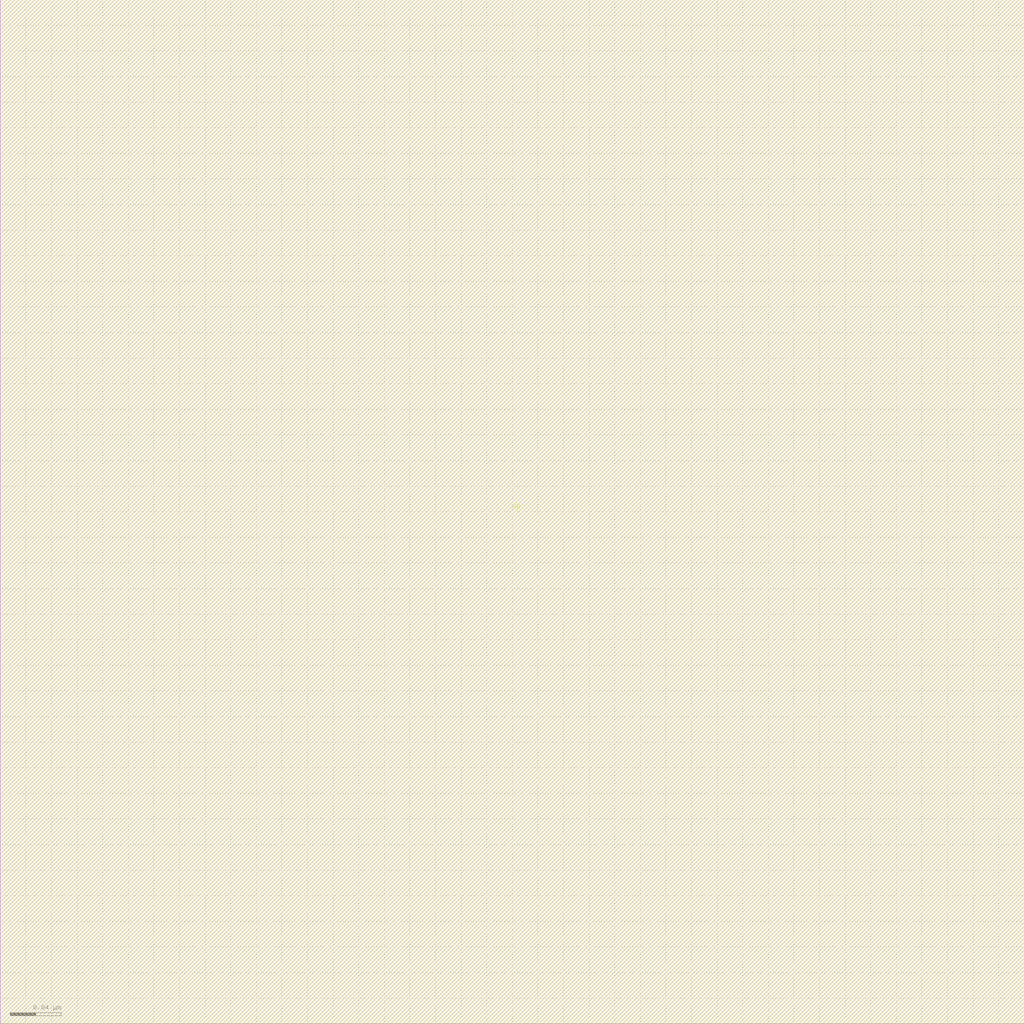
<source format=lef>
# BSD 3-Clause License
# 
# Copyright 2020 Lawrence T. Clark, Vinay Vashishtha, or Arizona State
# University
# 
# Redistribution and use in source and binary forms, with or without
# modification, are permitted provided that the following conditions are met:
# 
# 1. Redistributions of source code must retain the above copyright notice,
# this list of conditions and the following disclaimer.
# 
# 2. Redistributions in binary form must reproduce the above copyright
# notice, this list of conditions and the following disclaimer in the
# documentation and/or other materials provided with the distribution.
# 
# 3. Neither the name of the copyright holder nor the names of its
# contributors may be used to endorse or promote products derived from this
# software without specific prior written permission.
# 
# THIS SOFTWARE IS PROVIDED BY THE COPYRIGHT HOLDERS AND CONTRIBUTORS "AS IS"
# AND ANY EXPRESS OR IMPLIED WARRANTIES, INCLUDING, BUT NOT LIMITED TO, THE
# IMPLIED WARRANTIES OF MERCHANTABILITY AND FITNESS FOR A PARTICULAR PURPOSE
# ARE DISCLAIMED. IN NO EVENT SHALL THE COPYRIGHT HOLDER OR CONTRIBUTORS BE
# LIABLE FOR ANY DIRECT, INDIRECT, INCIDENTAL, SPECIAL, EXEMPLARY, OR
# CONSEQUENTIAL DAMAGES (INCLUDING, BUT NOT LIMITED TO, PROCUREMENT OF
# SUBSTITUTE GOODS OR SERVICES; LOSS OF USE, DATA, OR PROFITS; OR BUSINESS
# INTERRUPTION) HOWEVER CAUSED AND ON ANY THEORY OF LIABILITY, WHETHER IN
# CONTRACT, STRICT LIABILITY, OR TORT (INCLUDING NEGLIGENCE OR OTHERWISE)
# ARISING IN ANY WAY OUT OF THE USE OF THIS SOFTWARE, EVEN IF ADVISED OF THE
# POSSIBILITY OF SUCH DAMAGE.

VERSION 5.8 ;
BUSBITCHARS "[]" ;
DIVIDERCHAR "/" ;
CLEARANCEMEASURE EUCLIDEAN ;
USEMINSPACING OBS OFF ;

UNITS
  DATABASE MICRONS 1000 ;
END UNITS
MANUFACTURINGGRID 0.001 ;

# ========================
# Property Definitions
# ========================
PROPERTYDEFINITIONS
  LAYER LEF58_TYPE STRING ;
  LAYER LEF58_PITCH STRING ;
  LAYER LEF58_GAP STRING ;
  LAYER LEF58_EOLKEEPOUT STRING ;
  LAYER LEF58_SPACING STRING ;
  LAYER LEF58_CORNERSPACING STRING ;
  LAYER LEF58_WIDTHTABLE STRING ;
  LAYER LEF58_CUTCLASS STRING ;
  LAYER LEF58_SPACINGTABLE STRING ;
  LAYER LEF58_ENCLOSURE STRING ;
  LAYER LEF58_RIGHTWAYONGRIDONLY STRING ;
  LAYER LEF58_RECTONLY STRING ;
END PROPERTYDEFINITIONS

# ======================================================
# 1) LAYER DEFINITIONS (all layers first, ordered)
# ======================================================

# --- Base / Implants / Wells ---
LAYER LVTN
  TYPE IMPLANT ;
END LVTN

LAYER LVTP
  TYPE IMPLANT ;
END LVTP

LAYER RVTN
  TYPE IMPLANT ;
END RVTN

LAYER RVTP
  TYPE IMPLANT ;
END RVTP

LAYER RVTN_m
  TYPE IMPLANT ;
END RVTN_m

LAYER RVTP_m
  TYPE IMPLANT ;
END RVTP_m

LAYER SLVTN
  TYPE IMPLANT ;
END SLVTN

LAYER SLVTP
  TYPE IMPLANT ;
END SLVTP

LAYER nwell
  TYPE MASTERSLICE ;
  PROPERTY LEF58_TYPE "TYPE NWELL ;" ;
END nwell

LAYER pwell
  TYPE MASTERSLICE ;
  PROPERTY LEF58_TYPE "TYPE PWELL ;" ;
END pwell

LAYER Gate
  TYPE MASTERSLICE ;
END Gate

LAYER Active
  TYPE MASTERSLICE ;
END Active

# --- Bottom die stack (bottom-up) ---
# LAYER V0
#   TYPE CUT ;
#   SPACING 0.018 ;
#   WIDTH 0.018 ;
# END V0

LAYER M1
  TYPE ROUTING ;
  DIRECTION VERTICAL ;
  PITCH 0.036 ;
  WIDTH 0.018 ;
  SPACING 0.018 ;
  AREA 0.000666 ;
  SPACING 0.018 RANGE 0.036 1.0 ;
  PROPERTY LEF58_EOLKEEPOUT "EOLKEEPOUT 0.01825 EXTENSION 0.0 0.0 0.031 ;" ;
  PROPERTY LEF58_CORNERSPACING "CORNERSPACING CONVEXCORNER CORNERONLY 0.01 WIDTH 0.018 SPACING 0.018 ;" ;
  OFFSET 0.0 ;
# --- RC added from ict/setRC for M1 ---
  THICKNESS 0.036 ;
  HEIGHT 0.141 ;
  RESISTANCE RPERSQ 1.267515 ;
  CAPACITANCE CPERSQDIST 1.000000e-08 ;
  EDGECAPACITANCE 1.000000e-08 ;
END M1

LAYER V1
  TYPE CUT ;
  SPACING 0.018 ;
  WIDTH 0.018 ;
# --- RC added from ict/setRC for V1 ---
  RESISTANCE 17.2 ;
END V1

LAYER M2
  TYPE ROUTING ;
  DIRECTION HORIZONTAL ;
  WIDTH 0.018 ;
  SPACING 0.018 ;
  OFFSET -0.27 ;
  AREA 0.000666 ;
  MINSIZE 0.037 0.018 ;
  PITCH 0.045 0.036 ;
  PROPERTY LEF58_PITCH "
   PITCH 0.036 FIRSTLASTPITCH 0.045
     ;
   " ;
  PROPERTY LEF58_SPACING
   " SPACING 0.018 ENDOFLINE 0.025 WITHIN 0.02 ENDTOEND 0.031
     PARALLELEDGE 0.025 WITHIN 0.02 ; " ;
  PROPERTY LEF58_EOLKEEPOUT "
   EOLKEEPOUT 0.025 EXTENSION 0.0 0.0125 0.031 CORNERONLY ;
   " ;
  PROPERTY LEF58_CORNERSPACING "
   CORNERSPACING CONVEXCORNER WIDTH 0.0 SPACING 0.02 ;
   " ;
  PROPERTY LEF58_WIDTHTABLE "
   WIDTHTABLE 0.018 0.09 0.162 0.234 0.306 0.378 ;
   " ;
  PROPERTY LEF58_RIGHTWAYONGRIDONLY " RIGHTWAYONGRIDONLY ; " ;
  PROPERTY LEF58_RECTONLY " RECTONLY ; " ;
# --- RC added from ict/setRC for M2 ---
  THICKNESS 0.036 ;
  HEIGHT 0.213 ;
  RESISTANCE RPERSQ 0.83216 ;
  CAPACITANCE CPERSQDIST 0.003076 ;
  EDGECAPACITANCE 6.458970e-05 ;
END M2

LAYER V2
  TYPE CUT ;
  SPACING 0.018 ;
  WIDTH 0.018 ;
# --- RC added from ict/setRC for V2 ---
  RESISTANCE 17.2 ;
END V2

LAYER M3
  TYPE ROUTING ;
  DIRECTION VERTICAL ;
  PITCH 0.036 ;
  OFFSET 0.0 ;
  WIDTH 0.018 ;
  SPACING 0.018 ;
  AREA 0.000666 ;
  MINSIZE 0.037 0.018 ;
  PROPERTY LEF58_SPACING
   " SPACING 0.018 ENDOFLINE 0.025 WITHIN 0.0125 ENDTOEND 0.031
     PARALLELEDGE 0.025 WITHIN 0.02 ; " ;
  PROPERTY LEF58_EOLKEEPOUT "
   EOLKEEPOUT 0.025 EXTENSION 0.0 0.0125 0.031 CORNERONLY ;
   " ;
  PROPERTY LEF58_CORNERSPACING "
   CORNERSPACING CONVEXCORNER WIDTH 0.0 SPACING 0.02 ;
   " ;
  PROPERTY LEF58_WIDTHTABLE
   " WIDTHTABLE 0.018 0.09 0.162 0.234 0.306 0.378 ; " ;
  PROPERTY LEF58_RIGHTWAYONGRIDONLY " RIGHTWAYONGRIDONLY ; " ;
  PROPERTY LEF58_RECTONLY " RECTONLY ; " ;
# --- RC added from ict/setRC for M3 ---
  THICKNESS 0.036 ;
  HEIGHT 0.285 ;
  RESISTANCE RPERSQ 0.653852 ;
  CAPACITANCE CPERSQDIST 0.002566 ;
  EDGECAPACITANCE 5.388425e-05 ;
END M3

LAYER V3
  TYPE CUT ;
  PROPERTY LEF58_CUTCLASS "
   CUTCLASS V3 WIDTH 0.018 LENGTH 0.024 CUTS 1 ;
   CUTCLASS V3_0p480 WIDTH 0.018 LENGTH 0.12 CUTS 4 ;
   CUTCLASS V3_0p864 WIDTH 0.018 LENGTH 0.216 CUTS 8 ;
   " ;
  PROPERTY LEF58_SPACINGTABLE "
      SPACINGTABLE
       DEFAULT 0.034
       CUTCLASS V3 V3_0p480 V3_0p864
              V3       -  -        -        -  - -
              V3_0p480 -  -        -        -  - -
              V3_0p864 -  -        -        -  - -
      ;
   " ;
  PROPERTY LEF58_ENCLOSURE "
   ENCLOSURE CUTCLASS V3 BELOW EOL 0.0 0.005 0.0 ;
   ENCLOSURE CUTCLASS V3 ABOVE EOL 0.02425 0.011 0.0 ;
   ENCLOSURE CUTCLASS V3_0p480 END 0.0 SIDE 0.0 ;
   ENCLOSURE CUTCLASS V3_0p864 END 0.0 SIDE 0.0 ;
   " ;
# --- RC added from ict/setRC for V3 ---
  RESISTANCE 17.2 ;
END V3

LAYER M4
  TYPE ROUTING ;
  DIRECTION HORIZONTAL ;
  PITCH 0.048 ;
  WIDTH 0.024 ;
  SPACING 0.024 ;
  OFFSET 0.003 ;
  AREA 0.002 ;
  PROPERTY LEF58_SPACING " SPACING 0.024 ENDOFLINE 0.025 WITHIN 0.04 ENDTOEND 0.04 ; " ;
  PROPERTY LEF58_WIDTHTABLE " WIDTHTABLE 0.024 0.12 0.216 0.312 0.408 ; " ;
  PROPERTY LEF58_CORNERSPACING "   CORNERSPACING CONVEXCORNER CORNERONLY 0.048
   WIDTH 0.0 SPACING 0.04 ;
   " ;
  PROPERTY LEF58_EOLKEEPOUT "
   EOLKEEPOUT 0.025 EXTENSION 0.048 0.02425 0.048 CORNERONLY ;
   " ;
  SPACINGTABLE
    PARALLELRUNLENGTH 0.0
    WIDTH 0.0 0.024
    WIDTH 0.025 0.072 ;
  PROPERTY LEF58_RIGHTWAYONGRIDONLY " RIGHTWAYONGRIDONLY ; " ;
  PROPERTY LEF58_RECTONLY " RECTONLY ; " ;
# --- RC added from ict/setRC for M4 ---
  THICKNESS 0.048 ;
  HEIGHT 0.357 ;
  RESISTANCE RPERSQ 0.487399 ;
  CAPACITANCE CPERSQDIST 0.002368 ;
  EDGECAPACITANCE 6.630190e-05 ;
END M4

LAYER V4
  TYPE CUT ;
  PROPERTY LEF58_CUTCLASS "
   CUTCLASS Vx WIDTH 0.024 LENGTH 0.024 ;
   CUTCLASS Vx_0p480 WIDTH 0.024 LENGTH 0.12 CUTS 4 ;
   CUTCLASS Vx_0p864 WIDTH 0.024 LENGTH 0.216 CUTS 8 ;
   CUTCLASS Vx_1p248 WIDTH 0.024 LENGTH 0.312 CUTS 12 ;
   CUTCLASS Vx_1p632 WIDTH 0.024 LENGTH 0.408 CUTS 16 ;
   " ;
  PROPERTY LEF58_SPACINGTABLE "
      SPACINGTABLE
       DEFAULT 0.034
       CUTCLASS Vx Vx_0p480 Vx_0p864 Vx_1p248 Vx_1p632
              Vx       -  -        -        -        - -  -        -        -        -
              Vx_0p480 -  -        -        -        - -  -        -        -        -
	      Vx_0p864 -  -        -        -        - -  -        -        -        -
	      Vx_1p248 -  -        -        -        - -  -        -        -        -
	      Vx_1p632 -  -        -        -        - -  -        -        -        -
      ;
   " ;
  PROPERTY LEF58_ENCLOSURE "
   ENCLOSURE CUTCLASS Vx 0.011 0.0 ;
   ENCLOSURE CUTCLASS Vx EOL 0.0 0.011 0.011 ;
   ENCLOSURE CUTCLASS Vx_0p480 END 0.0 SIDE 0.0 ;
   ENCLOSURE CUTCLASS Vx_0p864 END 0.0 SIDE 0.0 ;
   ENCLOSURE CUTCLASS Vx_1p248 END 0.0 SIDE 0.0 ;
   ENCLOSURE CUTCLASS Vx_1p632 END 0.0 SIDE 0.0 ;
   " ;
# --- RC added from ict/setRC for V4 ---
  RESISTANCE 11.8 ;
END V4

LAYER M5
  TYPE ROUTING ;
  DIRECTION VERTICAL ;
  PITCH 0.048 ;
  WIDTH 0.024 ;
  SPACING 0.024 ;
  OFFSET 0.0 ;
  AREA 0.002 ;
  PROPERTY LEF58_SPACING " SPACING 0.024 ENDOFLINE 0.025 WITHIN 0.04 ENDTOEND 0.04 ; " ;
  MINIMUMDENSITY 15.0 ;
  MAXIMUMDENSITY 90.0 ;
  DENSITYCHECKWINDOW 20.0 20.0 ;
  DENSITYCHECKSTEP 10.0 ;
  PROPERTY LEF58_WIDTHTABLE
   " WIDTHTABLE 0.024 0.12 0.216 0.312 0.408 0.504 0.6 0.696 0.792 0.888 0.984 ; " ;
  PROPERTY LEF58_CORNERSPACING "
   CORNERSPACING CONVEXCORNER CORNERONLY 0.048
   WIDTH 0.0 SPACING 0.04 ;
   " ;
  PROPERTY LEF58_EOLKEEPOUT "
   EOLKEEPOUT 0.025 EXTENSION 0.048 0.02425 0.048
      CORNERONLY ;
   " ;
  SPACINGTABLE
    PARALLELRUNLENGTH 0.0
    WIDTH 0.0 0.024
    WIDTH 0.025 0.072 ;
  PROPERTY LEF58_RIGHTWAYONGRIDONLY " RIGHTWAYONGRIDONLY ; " ;
  PROPERTY LEF58_RECTONLY " RECTONLY ; " ;
# --- RC added from ict/setRC for M5 ---
  THICKNESS 0.048 ;
  HEIGHT 0.453 ;
  RESISTANCE RPERSQ 0.463212 ;
  CAPACITANCE CPERSQDIST 0.002145 ;
  EDGECAPACITANCE 6.005755e-05 ;
END M5

LAYER V5
  TYPE CUT ;
  PROPERTY LEF58_CUTCLASS "
   CUTCLASS Vx WIDTH 0.024 LENGTH 0.032 ;
   CUTCLASS Vx_0p480 WIDTH 0.024 LENGTH 0.16 CUTS 4 ;
   CUTCLASS Vx_0p864 WIDTH 0.024 LENGTH 0.288 CUTS 8 ;
   CUTCLASS Vx_1p248 WIDTH 0.024 LENGTH 0.416 CUTS 12 ;
   CUTCLASS Vx_1p632 WIDTH 0.024 LENGTH 0.544 CUTS 16 ;
   " ;
  PROPERTY LEF58_SPACINGTABLE "
      SPACINGTABLE
       DEFAULT 0.034
       CUTCLASS Vx Vx_0p480 Vx_0p864 Vx_1p248 Vx_1p632
              Vx       -  -        -        -        - -  -        -        -        -
              Vx_0p480 -  -        -        -        - -  -        -        -        -
	      Vx_0p864 -  -        -        -        - -  -        -        -        -
	      Vx_1p248 -  -        -        -        - -  -        -        -        -
	      Vx_1p632 -  -        -        -        - -  -        -        -        -
      ;
   " ;
  PROPERTY LEF58_ENCLOSURE "
   ENCLOSURE CUTCLASS Vx EOL 0.02425 0.011 0.011 ;
   ENCLOSURE CUTCLASS Vx_0p480 END 0.0 SIDE 0.0 ;
   ENCLOSURE CUTCLASS Vx_0p864 END 0.0 SIDE 0.0 ;
   ENCLOSURE CUTCLASS Vx_1p248 END 0.0 SIDE 0.0 ;
   ENCLOSURE CUTCLASS Vx_1p632 END 0.0 SIDE 0.0 ;
   " ;
# --- RC added from ict/setRC for V5 ---
  RESISTANCE 11.8 ;
END V5

LAYER M6
  TYPE ROUTING ;
  DIRECTION HORIZONTAL ;
  PITCH 0.064 ;
  WIDTH 0.032 ;
  SPACING 0.032 ;
  AREA 0.0021875 ;
  PROPERTY LEF58_SPACING
   " SPACING 0.032 ENDOFLINE 0.0375 WITHIN 0.04 ENDTOEND 0.04 ; " ;
  PROPERTY LEF58_WIDTHTABLE " WIDTHTABLE 0.032 0.16 0.288 0.416 0.544 ; " ;
  PROPERTY LEF58_CORNERSPACING "
   CORNERSPACING CONVEXCORNER CORNERONLY 0.048
   WIDTH 0.0 SPACING 0.04 ;
   " ;
  PROPERTY LEF58_EOLKEEPOUT "
   EOLKEEPOUT 0.05 EXTENSION 0.048 0.03225 0.048 CORNERONLY ;
   " ;
  SPACINGTABLE
    PARALLELRUNLENGTH 0.0
    WIDTH 0.0 0.032
    WIDTH 0.033 0.072 ;
  PROPERTY LEF58_RIGHTWAYONGRIDONLY " RIGHTWAYONGRIDONLY ; " ;
  PROPERTY LEF58_RECTONLY " RECTONLY ; " ;
# --- RC added from ict/setRC for M6 ---
  THICKNESS 0.064 ;
  HEIGHT 0.549 ;
  RESISTANCE RPERSQ 0.379581 ;
  CAPACITANCE CPERSQDIST 0.001651 ;
  EDGECAPACITANCE 6.165110e-05 ;
END M6

LAYER V6
  TYPE CUT ;
  PROPERTY LEF58_CUTCLASS "
   CUTCLASS Vx WIDTH 0.032 LENGTH 0.032 ;
   CUTCLASS Vx_0p640 WIDTH 0.032 LENGTH 0.16 CUTS 4 ;
   CUTCLASS Vx_1p152 WIDTH 0.032 LENGTH 0.288 CUTS 8 ;
   CUTCLASS Vx_1p664 WIDTH 0.032 LENGTH 0.416 CUTS 12 ;
   CUTCLASS Vx_2p176 WIDTH 0.032 LENGTH 0.544 CUTS 16 ;
   " ;
  PROPERTY LEF58_SPACINGTABLE "
      SPACINGTABLE
       DEFAULT 0.034
       CUTCLASS Vx Vx_0p640 Vx_1p152 Vx_1p664 Vx_2p176
              Vx       -  -        -        -        - -  -        -        -        -
              Vx_0p640 -  -        -        -        - -  -        -        -        -
	      Vx_1p152 -  -        -        -        - -  -        -        -        -
	      Vx_1p664 -  -        -        -        - -  -        -        -        -
	      Vx_2p176 -  -        -        -        - -  -        -        -        -
      ;
   " ;
  PROPERTY LEF58_ENCLOSURE "
   ENCLOSURE CUTCLASS Vx 0.011 0.0 ;
   ENCLOSURE CUTCLASS Vx EOL 0.0 0.011 0.011 ;
   ENCLOSURE CUTCLASS Vx_0p640 END 0.0 SIDE 0.0 ;
   ENCLOSURE CUTCLASS Vx_1p152 END 0.0 SIDE 0.0 ;
   ENCLOSURE CUTCLASS Vx_1p664 END 0.0 SIDE 0.0 ;
   ENCLOSURE CUTCLASS Vx_2p176 END 0.0 SIDE 0.0 ;
   " ;
# --- RC added from ict/setRC for V6 ---
  RESISTANCE 8.2 ;
END V6

LAYER M7
  TYPE ROUTING ;
  DIRECTION VERTICAL ;
  PITCH 0.064 ;
  WIDTH 0.032 ;
  SPACING 0.032 ;
  AREA 0.0021875 ;
  PROPERTY LEF58_SPACING
   " SPACING 0.03 ENDOFLINE 0.0375 WITHIN 0.04 ENDTOEND 0.04 ; " ;
  PROPERTY LEF58_WIDTHTABLE " WIDTHTABLE 0.032 0.16 0.288 0.416 0.544 ; " ;
  PROPERTY LEF58_CORNERSPACING "
   CORNERSPACING CONVEXCORNER CORNERONLY 0.075
   WIDTH 0.0 SPACING 0.04 ;
   " ;
  PROPERTY LEF58_EOLKEEPOUT "
   EOLKEEPOUT 0.05 EXTENSION 0.048 0.03225 0.048
      CORNERONLY ;
   " ;
  SPACINGTABLE
    PARALLELRUNLENGTH 0.0
    WIDTH 0.0 0.032
    WIDTH 0.033 0.072 ;
  PROPERTY LEF58_RIGHTWAYONGRIDONLY " RIGHTWAYONGRIDONLY ; " ;
  PROPERTY LEF58_RECTONLY " RECTONLY ; " ;
# --- RC added from ict/setRC for M7 ---
  THICKNESS 0.064 ;
  HEIGHT 0.677 ;
  RESISTANCE RPERSQ 0.400995 ;
  CAPACITANCE CPERSQDIST 0.001378 ;
  EDGECAPACITANCE 5.146050e-05 ;
END M7

LAYER hb_layer
  TYPE CUT ;
  SPACING 0.2 ;
  WIDTH 0.2 ;
  RESISTANCE 0.02 ;
END hb_layer

LAYER M6_m
  TYPE ROUTING ;
  DIRECTION HORIZONTAL ;
  PITCH 0.064 ;
  WIDTH 0.032 ;
  SPACING 0.032 ;
  AREA 0.0021875 ;
  PROPERTY LEF58_SPACING " SPACING 0.032 ENDOFLINE 0.0375 WITHIN 0.04 ENDTOEND 0.04 ; " ;
  PROPERTY LEF58_WIDTHTABLE " WIDTHTABLE 0.032 0.16 0.288 0.416 0.544 ; " ;
  PROPERTY LEF58_CORNERSPACING "
   CORNERSPACING CONVEXCORNER CORNERONLY 0.048
   WIDTH 0.0 SPACING 0.04 ;
   " ;
  PROPERTY LEF58_EOLKEEPOUT "
   EOLKEEPOUT 0.05 EXTENSION 0.048 0.03225 0.048 CORNERONLY ;
   " ;
  SPACINGTABLE
    PARALLELRUNLENGTH 0.0
    WIDTH 0.0 0.032
    WIDTH 0.033 0.072 ;
  PROPERTY LEF58_RIGHTWAYONGRIDONLY " RIGHTWAYONGRIDONLY ; " ;
  PROPERTY LEF58_RECTONLY " RECTONLY ; " ;
# --- RC added from ict/setRC for M6_m ---
  THICKNESS 0.064 ;
  HEIGHT 1.701 ;
  RESISTANCE RPERSQ 0.379581 ;
  CAPACITANCE CPERSQDIST 0.001651 ;
  EDGECAPACITANCE 6.165110e-05 ;
END M6_m

LAYER V5_m
  TYPE CUT ;
  PROPERTY LEF58_CUTCLASS "
   CUTCLASS Vx WIDTH 0.024 LENGTH 0.032 ;
   CUTCLASS Vx_0p480 WIDTH 0.024 LENGTH 0.16 CUTS 4 ;
   CUTCLASS Vx_0p864 WIDTH 0.024 LENGTH 0.288 CUTS 8 ;
   CUTCLASS Vx_1p248 WIDTH 0.024 LENGTH 0.416 CUTS 12 ;
   CUTCLASS Vx_1p632 WIDTH 0.024 LENGTH 0.544 CUTS 16 ;
   " ;
  PROPERTY LEF58_SPACINGTABLE "
      SPACINGTABLE
       DEFAULT 0.034
       CUTCLASS Vx Vx_0p480 Vx_0p864 Vx_1p248 Vx_1p632
              Vx       -  -        -        -        - -  -        -        -        -
              Vx_0p480 -  -        -        -        - -  -        -        -        -
	      Vx_0p864 -  -        -        -        - -  -        -        -        -
	      Vx_1p248 -  -        -        -        - -  -        -        -        -
	      Vx_1p632 -  -        -        -        - -  -        -        -        -
      ;
   " ;
  PROPERTY LEF58_ENCLOSURE "
   ENCLOSURE CUTCLASS Vx EOL 0.02425 0.011 0.011 ;
   ENCLOSURE CUTCLASS Vx_0p480 END 0.0 SIDE 0.0 ;
   ENCLOSURE CUTCLASS Vx_0p864 END 0.0 SIDE 0.0 ;
   ENCLOSURE CUTCLASS Vx_1p248 END 0.0 SIDE 0.0 ;
   ENCLOSURE CUTCLASS Vx_1p632 END 0.0 SIDE 0.0 ;
   " ;
# --- RC added from ict/setRC for V5_m ---
  RESISTANCE 11.8 ;
END V5_m

LAYER M5_m
  TYPE ROUTING ;
  DIRECTION VERTICAL ;
  PITCH 0.048 ;
  WIDTH 0.024 ;
  SPACING 0.024 ;
  OFFSET 0.0 ;
  AREA 0.002 ;
  PROPERTY LEF58_SPACING " SPACING 0.024 ENDOFLINE 0.025 WITHIN 0.04 ENDTOEND 0.04 ; " ;
  MINIMUMDENSITY 15.0 ;
  MAXIMUMDENSITY 90.0 ;
  DENSITYCHECKWINDOW 20.0 20.0 ;
  DENSITYCHECKSTEP 10.0 ;
  PROPERTY LEF58_WIDTHTABLE
   " WIDTHTABLE 0.024 0.12 0.216 0.312 0.408 0.504 0.6 0.696 0.792 0.888 0.984 ; " ;
  PROPERTY LEF58_CORNERSPACING "
   CORNERSPACING CONVEXCORNER CORNERONLY 0.048
   WIDTH 0.0 SPACING 0.04 ;
   " ;
  PROPERTY LEF58_EOLKEEPOUT "
   EOLKEEPOUT 0.025 EXTENSION 0.048 0.02425 0.048
      CORNERONLY ;
   " ;
  SPACINGTABLE
    PARALLELRUNLENGTH 0.0
    WIDTH 0.0 0.024
    WIDTH 0.025 0.072 ;
  PROPERTY LEF58_RIGHTWAYONGRIDONLY " RIGHTWAYONGRIDONLY ; " ;
  PROPERTY LEF58_RECTONLY " RECTONLY ; " ;
# --- RC added from ict/setRC for M5_m ---
  THICKNESS 0.048 ;
  HEIGHT 1.797 ;
  RESISTANCE RPERSQ 0.463212 ;
  CAPACITANCE CPERSQDIST 0.002145 ;
  EDGECAPACITANCE 6.005755e-05 ;
END M5_m

LAYER V4_m
  TYPE CUT ;
  PROPERTY LEF58_CUTCLASS "
   CUTCLASS Vx WIDTH 0.024 LENGTH 0.024 ;
   CUTCLASS Vx_0p480 WIDTH 0.024 LENGTH 0.12 CUTS 4 ;
   CUTCLASS Vx_0p864 WIDTH 0.024 LENGTH 0.216 CUTS 8 ;
   CUTCLASS Vx_1p248 WIDTH 0.024 LENGTH 0.312 CUTS 12 ;
   CUTCLASS Vx_1p632 WIDTH 0.024 LENGTH 0.408 CUTS 16 ;
   " ;
  PROPERTY LEF58_SPACINGTABLE "
      SPACINGTABLE
       DEFAULT 0.034
       CUTCLASS Vx Vx_0p480 Vx_0p864 Vx_1p248 Vx_1p632
              Vx       -  -        -        -        - -  -        -        -        -
              Vx_0p480 -  -        -        -        - -  -        -        -        -
	      Vx_0p864 -  -        -        -        - -  -        -        -        -
	      Vx_1p248 -  -        -        -        - -  -        -        -        -
	      Vx_1p632 -  -        -        -        - -  -        -        -        -
      ;
   " ;
  PROPERTY LEF58_ENCLOSURE "
   ENCLOSURE CUTCLASS Vx 0.011 0.0 ;
   ENCLOSURE CUTCLASS Vx EOL 0.0 0.011 0.011 ;
   ENCLOSURE CUTCLASS Vx_0p480 END 0.0 SIDE 0.0 ;
   ENCLOSURE CUTCLASS Vx_0p864 END 0.0 SIDE 0.0 ;
   ENCLOSURE CUTCLASS Vx_1p248 END 0.0 SIDE 0.0 ;
   ENCLOSURE CUTCLASS Vx_1p632 END 0.0 SIDE 0.0 ;
   " ;
# --- RC added from ict/setRC for V4_m ---
  RESISTANCE 11.8 ;
END V4_m

LAYER M4_m
  TYPE ROUTING ;
  DIRECTION HORIZONTAL ;
  PITCH 0.048 ;
  WIDTH 0.024 ;
  SPACING 0.024 ;
  OFFSET 0.003 ;
  AREA 0.002 ;
  PROPERTY LEF58_SPACING " SPACING 0.024 ENDOFLINE 0.025 WITHIN 0.04 ENDTOEND 0.04 ; " ;
  PROPERTY LEF58_WIDTHTABLE " WIDTHTABLE 0.024 0.12 0.216 0.312 0.408 ; " ;
  PROPERTY LEF58_CORNERSPACING "
   CORNERSPACING CONVEXCORNER CORNERONLY 0.048
   WIDTH 0.0 SPACING 0.04 ;
   " ;
  PROPERTY LEF58_EOLKEEPOUT "
   EOLKEEPOUT 0.025 EXTENSION 0.048 0.02425 0.048 CORNERONLY ;
   " ;
  SPACINGTABLE
    PARALLELRUNLENGTH 0.0
    WIDTH 0.0 0.024
    WIDTH 0.025 0.072 ;
  PROPERTY LEF58_RIGHTWAYONGRIDONLY " RIGHTWAYONGRIDONLY ; " ;
  PROPERTY LEF58_RECTONLY " RECTONLY ; " ;
# --- RC added from ict/setRC for M4_m ---
  THICKNESS 0.048 ;
  HEIGHT 1.893 ;
  RESISTANCE RPERSQ 0.487399 ;
  CAPACITANCE CPERSQDIST 0.002368 ;
  EDGECAPACITANCE 6.630190e-05 ;
END M4_m

LAYER V3_m
  TYPE CUT ;
  PROPERTY LEF58_CUTCLASS "
   CUTCLASS V3 WIDTH 0.018 LENGTH 0.024 CUTS 1 ;
   CUTCLASS V3_0p480 WIDTH 0.018 LENGTH 0.12 CUTS 4 ;
   CUTCLASS V3_0p864 WIDTH 0.018 LENGTH 0.216 CUTS 8 ;
   " ;
  PROPERTY LEF58_SPACINGTABLE "
      SPACINGTABLE
       DEFAULT 0.034
       CUTCLASS V3 V3_0p480 V3_0p864
              V3       -  -        -        -  - -
              V3_0p480 -  -        -        -  - -
              V3_0p864 -  -        -        -  - -
      ;
   " ;
  PROPERTY LEF58_ENCLOSURE "
   ENCLOSURE CUTCLASS V3 BELOW EOL 0.0 0.005 0.0 ;
   ENCLOSURE CUTCLASS V3 ABOVE EOL 0.02425 0.011 0.0 ;
   ENCLOSURE CUTCLASS V3_0p480 END 0.0 SIDE 0.0 ;
   ENCLOSURE CUTCLASS V3_0p864 END 0.0 SIDE 0.0 ;
   " ;
# --- RC added from ict/setRC for V3_m ---
  RESISTANCE 17.2 ;
END V3_m

LAYER M3_m
  TYPE ROUTING ;
  DIRECTION VERTICAL ;
  PITCH 0.036 ;
  OFFSET 0.0 ;
  WIDTH 0.018 ;
  SPACING 0.018 ;
  AREA 0.000666 ;
  MINSIZE 0.037 0.018 ;
  PROPERTY LEF58_SPACING
   " SPACING 0.018 ENDOFLINE 0.025 WITHIN 0.0125 ENDTOEND 0.031
     PARALLELEDGE 0.025 WITHIN 0.02 ; " ;
  PROPERTY LEF58_EOLKEEPOUT "
   EOLKEEPOUT 0.025 EXTENSION 0.0 0.0125 0.031 CORNERONLY ;
   " ;
  PROPERTY LEF58_CORNERSPACING "
   CORNERSPACING CONVEXCORNER WIDTH 0.0 SPACING 0.02
     ;
   " ;
  PROPERTY LEF58_WIDTHTABLE
   " WIDTHTABLE 0.018 0.09 0.162 0.234 0.306 0.378 ; " ;
  PROPERTY LEF58_RIGHTWAYONGRIDONLY " RIGHTWAYONGRIDONLY ; " ;
  PROPERTY LEF58_RECTONLY " RECTONLY ; " ;
# --- RC added from ict/setRC for M3_m ---
  THICKNESS 0.036 ;
  HEIGHT 1.965 ;
  RESISTANCE RPERSQ 0.653852 ;
  CAPACITANCE CPERSQDIST 0.002566 ;
  EDGECAPACITANCE 5.388425e-05 ;
END M3_m

LAYER V2_m
  TYPE CUT ;
  SPACING 0.018 ;
  WIDTH 0.018 ;
# --- RC added from ict/setRC for V2_m ---
  RESISTANCE 17.2 ;
END V2_m

LAYER M2_m
  TYPE ROUTING ;
  DIRECTION HORIZONTAL ;
  WIDTH 0.018 ;
  SPACING 0.018 ;
  OFFSET -0.27 ;
  AREA 0.000666 ;
  MINSIZE 0.037 0.018 ;
  PITCH 0.045 0.036 ;
  PROPERTY LEF58_PITCH "
   PITCH 0.036 FIRSTLASTPITCH 0.045
     ;
   " ;
  PROPERTY LEF58_SPACING
   " SPACING 0.018 ENDOFLINE 0.025 WITHIN 0.02 ENDTOEND 0.031
     PARALLELEDGE 0.025 WITHIN 0.02 ; " ;
  PROPERTY LEF58_EOLKEEPOUT "
   EOLKEEPOUT 0.025 EXTENSION 0.0 0.0125 0.031 CORNERONLY ;
   " ;
  PROPERTY LEF58_CORNERSPACING "
   CORNERSPACING CONVEXCORNER WIDTH 0.0 SPACING 0.02 ;
   " ;
  PROPERTY LEF58_WIDTHTABLE "
   WIDTHTABLE 0.018 0.09 0.162 0.234 0.306 0.378 ;
   " ;
  PROPERTY LEF58_RIGHTWAYONGRIDONLY " RIGHTWAYONGRIDONLY ; " ;
  PROPERTY LEF58_RECTONLY " RECTONLY ; " ;
# --- RC added from ict/setRC for M2_m ---
  THICKNESS 0.036 ;
  HEIGHT 2.037 ;
  RESISTANCE RPERSQ 0.83216 ;
  CAPACITANCE CPERSQDIST 0.003076 ;
  EDGECAPACITANCE 6.458970e-05 ;
END M2_m

LAYER V1_m
  TYPE CUT ;
  SPACING 0.018 ;
  WIDTH 0.018 ;
# --- RC added from ict/setRC for V1_m ---
  RESISTANCE 17.2 ;
END V1_m

LAYER M1_m
  TYPE ROUTING ;
  DIRECTION VERTICAL ;
  PITCH 0.036 ;
  WIDTH 0.018 ;
  SPACING 0.018 ;
  AREA 0.000666 ;
  PROPERTY LEF58_EOLKEEPOUT "EOLKEEPOUT 0.01825 EXTENSION 0.0 0.0 0.031 ;" ;
  PROPERTY LEF58_CORNERSPACING "CORNERSPACING CONVEXCORNER CORNERONLY 0.01 WIDTH 0.018 SPACING 0.018 ;" ;
  OFFSET 0.0 ;
# --- RC added from ict/setRC for M1_m ---
  THICKNESS 0.036 ;
  HEIGHT 2.109 ;
  RESISTANCE RPERSQ 1.267515 ;
  CAPACITANCE CPERSQDIST 1.000000e-08 ;
  EDGECAPACITANCE 1.000000e-08 ;
END M1_m

# LAYER V0_m
#   TYPE CUT ;
#   SPACING 0.018 ;
#   WIDTH 0.018 ;
# END V0_m

VIA VIA12 Default
  LAYER M1 ;  RECT -0.009 -0.011 0.009 0.011 ;
  LAYER M2 ;  RECT -0.014 -0.009 0.014 0.009 ;
  LAYER V1 ;  RECT -0.009 -0.009 0.009 0.009 ;
END VIA12

VIA VIA23 Default
  LAYER M2 ;  RECT -0.014 -0.009 0.014 0.009 ;
  LAYER M3 ;  RECT -0.009 -0.014 0.009 0.014 ;
  LAYER V2 ;  RECT -0.009 -0.009 0.009 0.009 ;
END VIA23

VIA VIA34 Default
  LAYER M3 ;  RECT -0.009 -0.017 0.009 0.017 ;
  LAYER M4 ;  RECT -0.02 -0.012 0.02 0.012 ;
  LAYER V3 ;  RECT -0.009 -0.012 0.009 0.012 ;
END VIA34

VIA VIA45 Default
  LAYER M4 ;  RECT -0.023 -0.012 0.023 0.012 ;
  LAYER M5 ;  RECT -0.012 -0.023 0.012 0.023 ;
  LAYER V4 ;  RECT -0.012 -0.012 0.012 0.012 ;
END VIA45

VIA VIA56 Default
  LAYER M5 ;  RECT -0.012 -0.027 0.012 0.027 ;
  LAYER M6 ;  RECT -0.023 -0.016 0.023 0.016 ;
  LAYER V5 ;  RECT -0.012 -0.016 0.012 0.016 ;
END VIA56

VIA VIA67 Default
  LAYER M6 ;  RECT -0.027 -0.016 0.027 0.016 ;
  LAYER M7 ;  RECT -0.016 -0.027 0.016 0.027 ;
  LAYER V6 ;  RECT -0.016 -0.016 0.016 0.016 ;
END VIA67

VIA hb_layer_0 DEFAULT
  LAYER hb_layer ;
    RECT -0.1 -0.1 0.1 0.1 ;
  LAYER M7 ;
    RECT -0.1 -0.1 0.1 0.1 ;
  LAYER M6_m ;
    RECT -0.1 -0.1 0.1 0.1 ;
END hb_layer_0
VIA hb_layer_1 DEFAULT
  LAYER hb_layer ;
    RECT -0.1 -0.1 0.1 0.1 ;
  LAYER M7 ;
    RECT -0.2 -0.2 0.2 0.2 ;
  LAYER M6_m ;
    RECT -0.1 -0.2 0.1 0.2 ;
END hb_layer_1
VIA hb_layer_2 DEFAULT
  LAYER hb_layer ;
    RECT -0.1 -0.1 0.1 0.1 ;
  LAYER M7 ;
    RECT -0.2 -0.2 0.2 0.2 ;
  LAYER M6_m ;
    RECT -0.2 -0.1 0.2 0.1 ;
END hb_layer_2
VIA hb_layer_3 DEFAULT
  LAYER hb_layer ;
    RECT -0.1 -0.1 0.1 0.1 ;
  LAYER M7 ;
    RECT -0.1 -0.2 0.1 0.2 ;
  LAYER M6_m ;
    RECT -0.2 -0.2 0.2 0.2 ;
END hb_layer_3
VIA hb_layer_4 DEFAULT
  LAYER hb_layer ;
    RECT -0.1 -0.1 0.1 0.1 ;
  LAYER M7 ;
    RECT -0.1 -0.2 0.1 0.2 ;
  LAYER M6_m ;
    RECT -0.1 -0.2 0.1 0.2 ;
END hb_layer_4
VIA hb_layer_5 DEFAULT
  LAYER hb_layer ;
    RECT -0.1 -0.1 0.1 0.1 ;
  LAYER M7 ;
    RECT -0.1 -0.2 0.1 0.2 ;
  LAYER M6_m ;
    RECT -0.2 -0.1 0.2 0.1 ;
END hb_layer_5
VIA hb_layer_6 DEFAULT
  LAYER hb_layer ;
    RECT -0.1 -0.1 0.1 0.1 ;
  LAYER M7 ;
    RECT -0.2 -0.1 0.2 0.1 ;
  LAYER M6_m ;
    RECT -0.2 -0.2 0.2 0.2 ;
END hb_layer_6
VIA hb_layer_7 DEFAULT
  LAYER hb_layer ;
    RECT -0.1 -0.1 0.1 0.1 ;
  LAYER M7 ;
    RECT -0.2 -0.1 0.2 0.1 ;
  LAYER M6_m ;
    RECT -0.1 -0.2 0.1 0.2 ;
END hb_layer_7
VIA hb_layer_8 DEFAULT
  LAYER hb_layer ;
    RECT -0.1 -0.1 0.1 0.1 ;
  LAYER M7 ;
    RECT -0.2 -0.1 0.2 0.1 ;
  LAYER M6_m ;
    RECT -0.2 -0.1 0.2 0.1 ;
END hb_layer_8
VIA VIA56_m Default
  LAYER M5_m ; RECT -0.012 -0.027 0.012 0.027 ;
  LAYER M6_m ; RECT -0.023 -0.016 0.023 0.016 ;
  LAYER V5_m ; RECT -0.012 -0.016 0.012 0.016 ;
END VIA56_m

VIA VIA45_m Default
  LAYER M4_m ; RECT -0.023 -0.012 0.023 0.012 ;
  LAYER M5_m ; RECT -0.012 -0.023 0.012 0.023 ;
  LAYER V4_m ; RECT -0.012 -0.012 0.012 0.012 ;
END VIA45_m

VIA VIA34_m Default
  LAYER M3_m ; RECT -0.009 -0.017 0.009 0.017 ;
  LAYER M4_m ; RECT -0.02 -0.012 0.02 0.012 ;
  LAYER V3_m ; RECT -0.009 -0.012 0.009 0.012 ;
END VIA34_m

VIA VIA23_m Default
  LAYER M2_m ; RECT -0.014 -0.009 0.014 0.009 ;
  LAYER M3_m ; RECT -0.009 -0.014 0.009 0.014 ;
  LAYER V2_m ; RECT -0.009 -0.009 0.009 0.009 ;
END VIA23_m

VIA VIA12_m Default
  LAYER M1_m ; RECT -0.009 -0.011 0.009 0.011 ;
  LAYER M2_m ; RECT -0.014 -0.009 0.014 0.009 ;
  LAYER V1_m ; RECT -0.009 -0.009 0.009 0.009 ;
END VIA12_m

# ======================================================
# 3) VIARULES (after layers & vias)
# ======================================================

VIARULE M7_M6 GENERATE DEFAULT
  LAYER M6 ; ENCLOSURE 0.011 0.0 ;
  LAYER M7 ; ENCLOSURE 0.0 0.011 ;
  LAYER V6 ;
    RECT -0.016 -0.016 0.016 0.016 ;
    SPACING 0.078 BY 0.078 ;
END M7_M6

VIARULE M6_M5 GENERATE DEFAULT
  LAYER M5 ; ENCLOSURE 0.011 0.0 ; WIDTH 0.024 TO 0.024 ;
  LAYER M6 ; ENCLOSURE 0.011 0.0 ; WIDTH 0.032 TO 0.032 ;
  LAYER V5 ;
    RECT -0.012 -0.016 0.012 0.016 ;
    SPACING 0.058 BY 0.308 ; # avoid dual cut on routing
END M6_M5

VIARULE M3_M2widePWR0p936 GENERATE
  LAYER M2 ; ENCLOSURE 0.0 0.0 ;
  LAYER M3 ; ENCLOSURE 0.0 0.0 ; WIDTH 0.234 TO 0.234 ;
  LAYER V2 ;
    RECT -0.117 -0.009 0.117 0.009 ;
    SPACING 0.277 BY 0.036 ;
END M3_M2widePWR0p936

VIARULE M4_M3widePWR0p864 GENERATE
  LAYER M3 ; ENCLOSURE 0.0 0.0 ; WIDTH 0.2335 TO 0.2345 ;
  LAYER M4 ; ENCLOSURE 0.0 0.0 ; WIDTH 0.2155 TO 0.2165 ;
  LAYER V3 ;
    RECT -0.009 -0.108 0.009 0.108 ;
    SPACING 0.036 BY 0.277 ;
END M4_M3widePWR0p864

VIARULE M5_M4widePWR0p864 GENERATE
  LAYER M4 ; ENCLOSURE 0.0 0.0 ;
  LAYER M5 ; ENCLOSURE 0.0 0.0 ; WIDTH 0.216 TO 0.216 ;
  LAYER V4 ;
    RECT -0.108 -0.012 0.108 0.012 ;
    SPACING 0.532 BY 0.096 ;
END M5_M4widePWR0p864

VIARULE M6_M5widePWR1p152 GENERATE
  LAYER M5 ; ENCLOSURE 0.0 0.0 ;
  LAYER M6 ; ENCLOSURE 0.0 0.0 ; WIDTH 0.288 TO 0.288 ;
  LAYER V5 ;
    RECT -0.012 -0.144 0.012 0.144 ;
    SPACING 0.096 BY 0.382 ;
END M6_M5widePWR1p152

VIARULE M7_M6widePWR1p152 GENERATE
  LAYER M6 ; ENCLOSURE 0.0 0.0 ;
  LAYER M7 ; ENCLOSURE 0.0 0.0 ;
  LAYER V6 ;
    RECT -0.144 -0.016 0.144 0.016 ;
    SPACING 0.532 BY 0.096 ;
END M7_M6widePWR1p152

VIARULE M2_M1 GENERATE DEFAULT
  LAYER M1 ; ENCLOSURE 0.0 0.0 ;
  LAYER M2 ; ENCLOSURE 0.002 0.0 ;
  LAYER V1 ;
    RECT -0.009 -0.009 0.009 0.009 ;
    SPACING 0.036 BY 0.036 ;
END M2_M1

VIARULE hb_layerArray-0 GENERATE
  LAYER M7 ;
    ENCLOSURE 0 0 ;
  LAYER M6_m ;
    ENCLOSURE 0 0 ;
  LAYER hb_layer ;
    RECT -0.1 -0.1 0.1 0.1 ;
    SPACING 0.42 BY 0.42 ;
END hb_layerArray-0

VIARULE M6_m_M5_m GENERATE DEFAULT
  LAYER M5_m ; ENCLOSURE 0.011 0.0 ; WIDTH 0.024 TO 0.024 ;
  LAYER M6_m ; ENCLOSURE 0.011 0.0 ; WIDTH 0.032 TO 0.032 ;
  LAYER V5_m ;
    RECT -0.012 -0.016 0.012 0.016 ;
    SPACING 0.058 BY 0.308 ;
END M6_m_M5_m

VIARULE M3_m_M2_mwidePWR0p936 GENERATE
  LAYER M2_m ; 
    ENCLOSURE 0.0 0.0 ;
  LAYER M3_m ; 
    ENCLOSURE 0.0 0.0 ; WIDTH 0.234 TO 0.234 ;
  LAYER V2_m ;
    RECT -0.117 -0.009 0.117 0.009 ;
    SPACING 0.277 BY 0.036 ;
END M3_m_M2_mwidePWR0p936

VIARULE M4_m_M3_mwidePWR0p864 GENERATE
  LAYER M3_m ; 
    ENCLOSURE 0.0 0.0 ; 
    WIDTH 0.2335 TO 0.2345 ;
  LAYER M4_m ; 
    ENCLOSURE 0.0 0.0 ; 
    WIDTH 0.2155 TO 0.2165 ;
  LAYER V3_m ;
    RECT -0.009 -0.108 0.009 0.108 ;
    SPACING 0.036 BY 0.277 ;
END M4_m_M3_mwidePWR0p864

VIARULE M5_m_M4_mwidePWR0p864 GENERATE
  LAYER M4_m ; ENCLOSURE 0.0 0.0 ;
  LAYER M5_m ; ENCLOSURE 0.0 0.0 ; WIDTH 0.216 TO 0.216 ;
  LAYER V4_m ;
    RECT -0.108 -0.012 0.108 0.012 ;
    SPACING 0.532 BY 0.096 ;
END M5_m_M4_mwidePWR0p864

VIARULE M6_m_M5_mwidePWR1p152 GENERATE
  LAYER M5_m ; ENCLOSURE 0.0 0.0 ;
  LAYER M6_m ; ENCLOSURE 0.0 0.0 ; WIDTH 0.288 TO 0.288 ;
  LAYER V5_m ;
    RECT -0.012 -0.144 0.012 0.144 ;
    SPACING 0.096 BY 0.382 ;
END M6_m_M5_mwidePWR1p152

VIARULE M2_m_M1_m GENERATE DEFAULT
  LAYER M1_m ; ENCLOSURE 0.0 0.0 ;
  LAYER M2_m ; ENCLOSURE 0.002 0.0 ;
  LAYER V1_m ;
    RECT -0.009 -0.009 0.009 0.009 ;
    SPACING 0.036 BY 0.036 ;
END M2_m_M1_m

END LIBRARY

MACRO HBT_BUF_bottom
  CLASS COVER ;
  ORIGIN 0.0 0.0 ;
  SIZE 0.8 BY 0.8 ;  
  SYMMETRY X Y R90 ;
  SITE CORE ;         

  PIN HB
    DIRECTION INOUT ;
    USE SIGNAL ;
    PORT
      LAYER M7 ;
        RECT 0.0 0.0 0.8 0.8 ;
    END
  END HB

END HBT_BUF_bottom

MACRO HBT_BUF_T
  CLASS COVER ;
  ORIGIN 0.0 0.0 ;
  SIZE 0.8 BY 0.8 ;   
  SYMMETRY X Y R90 ;
  SITE CORE ;         

  PIN HB
    DIRECTION INOUT ;
    USE SIGNAL ;
    PORT
      LAYER M6_m ;
        RECT 0.0 0.0 0.8 0.8 ;
    END
  END HB

END HBT_BUF_T

</source>
